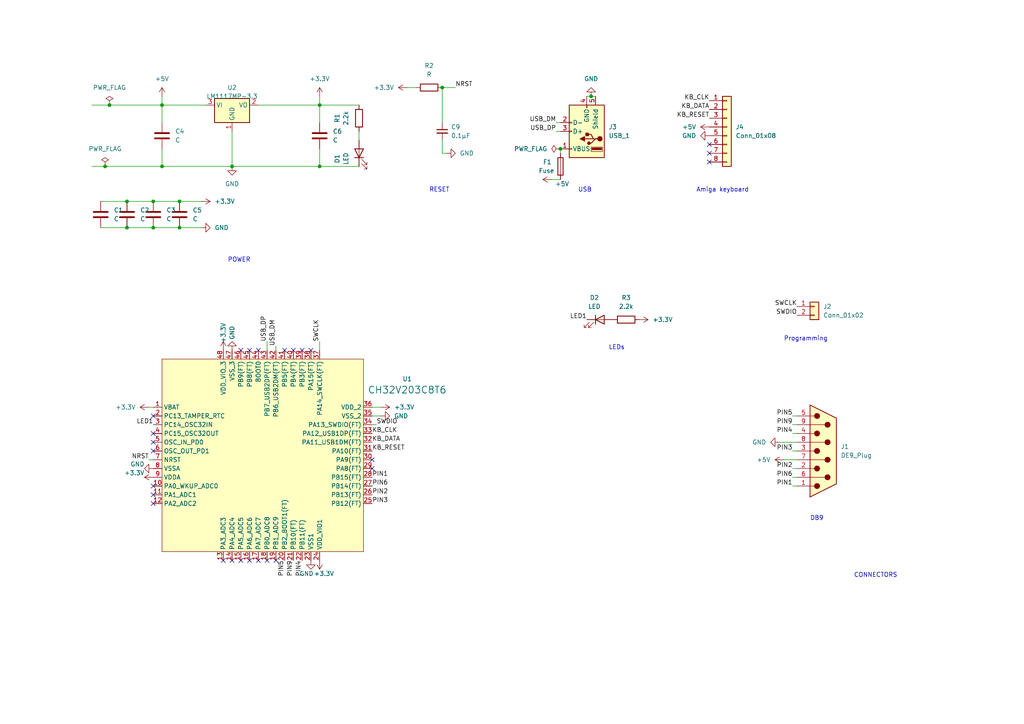
<source format=kicad_sch>
(kicad_sch (version 20230121) (generator eeschema)
  (paper "A4")
  (lib_symbols
    (symbol "CH32V203:CH32V203C8T6"
      (property "Reference" "U" (at 1.27 -1.27 0))
      (property "Value" "CH32V203C8T6" (at 29.21 26.67 0))
      (symbol "CH32V203C8T6_0_1"
        (rectangle (start 0 0) (end 58.42 55.88) (fill (type background)))
      )
      (symbol "CH32V203C8T6_1_1"
        (pin power_in line (at -2.54 41.91 0) (length 2.54) (name "VBAT") (number "1"))
        (pin bidirectional line (at -2.54 19.05 0) (length 2.54) (name "PA0_WKUP_ADC0") (number "10"))
        (pin bidirectional line (at -2.54 16.51 0) (length 2.54) (name "PA1_ADC1") (number "11"))
        (pin bidirectional line (at -2.54 13.97 0) (length 2.54) (name "PA2_ADC2") (number "12"))
        (pin bidirectional line (at 17.78 -2.54 90) (length 2.54) (name "PA3_ADC3") (number "13"))
        (pin bidirectional line (at 20.32 -2.54 90) (length 2.54) (name "PA4_ADC4") (number "14"))
        (pin bidirectional line (at 22.86 -2.54 90) (length 2.54) (name "PA5_ADC5") (number "15"))
        (pin bidirectional line (at 25.4 -2.54 90) (length 2.54) (name "PA6_ADC6") (number "16"))
        (pin bidirectional line (at 27.94 -2.54 90) (length 2.54) (name "PA7_ADC7") (number "17"))
        (pin bidirectional line (at 30.48 -2.54 90) (length 2.54) (name "PB0_ADC8") (number "18"))
        (pin bidirectional line (at 33.02 -2.54 90) (length 2.54) (name "PB1_ADC9") (number "19"))
        (pin bidirectional line (at -2.54 39.37 0) (length 2.54) (name "PC13_TAMPER_RTC") (number "2"))
        (pin bidirectional line (at 35.56 -2.54 90) (length 2.54) (name "PB2_BOOT1(FT)") (number "20"))
        (pin bidirectional line (at 38.1 -2.54 90) (length 2.54) (name "PB10(FT)") (number "21"))
        (pin bidirectional line (at 40.64 -2.54 90) (length 2.54) (name "PB11(FT)") (number "22"))
        (pin power_in line (at 43.18 -2.54 90) (length 2.54) (name "VSS1") (number "23"))
        (pin power_in line (at 45.72 -2.54 90) (length 2.54) (name "VDD_VIO1") (number "24"))
        (pin bidirectional line (at 60.96 13.97 180) (length 2.54) (name "PB12(FT)") (number "25"))
        (pin bidirectional line (at 60.96 16.51 180) (length 2.54) (name "PB13(FT)") (number "26"))
        (pin bidirectional line (at 60.96 19.05 180) (length 2.54) (name "PB14(FT)") (number "27"))
        (pin bidirectional line (at 60.96 21.59 180) (length 2.54) (name "PB15(FT)") (number "28"))
        (pin bidirectional line (at 60.96 24.13 180) (length 2.54) (name "PA8(FT)") (number "29"))
        (pin bidirectional line (at -2.54 36.83 0) (length 2.54) (name "PC14_OSC32IN") (number "3"))
        (pin bidirectional line (at 60.96 26.67 180) (length 2.54) (name "PA9(FT)") (number "30"))
        (pin bidirectional line (at 60.96 29.21 180) (length 2.54) (name "PA10(FT)") (number "31"))
        (pin bidirectional line (at 60.96 31.75 180) (length 2.54) (name "PA11_USB1DM(FT)") (number "32"))
        (pin bidirectional line (at 60.96 34.29 180) (length 2.54) (name "PA12_USB1DP(FT)") (number "33"))
        (pin bidirectional line (at 60.96 36.83 180) (length 2.54) (name "PA13_SWDIO(FT)") (number "34"))
        (pin power_in line (at 60.96 39.37 180) (length 2.54) (name "VSS_2") (number "35"))
        (pin power_in line (at 60.96 41.91 180) (length 2.54) (name "VDD_2") (number "36"))
        (pin bidirectional line (at 45.72 58.42 270) (length 2.54) (name "PA14_SWCLK(FT)") (number "37"))
        (pin bidirectional line (at 43.18 58.42 270) (length 2.54) (name "PA15(FT)") (number "38"))
        (pin bidirectional line (at 40.64 58.42 270) (length 2.54) (name "PB3(FT)") (number "39"))
        (pin bidirectional line (at -2.54 34.29 0) (length 2.54) (name "PC15_OSC32OUT") (number "4"))
        (pin bidirectional line (at 38.1 58.42 270) (length 2.54) (name "PB4(FT)") (number "40"))
        (pin bidirectional line (at 35.56 58.42 270) (length 2.54) (name "PB5(FT)") (number "41"))
        (pin bidirectional line (at 33.02 58.42 270) (length 2.54) (name "PB6_USB2DM(FT)") (number "42"))
        (pin bidirectional line (at 30.48 58.42 270) (length 2.54) (name "PB7_USB2DP(FT)") (number "43"))
        (pin bidirectional line (at 27.94 58.42 270) (length 2.54) (name "BOOT0") (number "44"))
        (pin bidirectional line (at 25.4 58.42 270) (length 2.54) (name "PB8(FT)") (number "45"))
        (pin bidirectional line (at 22.86 58.42 270) (length 2.54) (name "PB9(FT)") (number "46"))
        (pin power_in line (at 20.32 58.42 270) (length 2.54) (name "VSS_3") (number "47"))
        (pin power_in line (at 17.78 58.42 270) (length 2.54) (name "VDD_VIO_3") (number "48"))
        (pin bidirectional line (at -2.54 31.75 0) (length 2.54) (name "OSC_IN_PD0") (number "5"))
        (pin bidirectional line (at -2.54 29.21 0) (length 2.54) (name "OSC_OUT_PD1") (number "6"))
        (pin bidirectional line (at -2.54 26.67 0) (length 2.54) (name "NRST") (number "7"))
        (pin power_in line (at -2.54 24.13 0) (length 2.54) (name "VSSA") (number "8"))
        (pin power_in line (at -2.54 21.59 0) (length 2.54) (name "VDDA") (number "9"))
      )
    )
    (symbol "Connector:DE9_Plug" (pin_names (offset 1.016) hide)
      (property "Reference" "J" (at 0 13.97 0))
      (property "Value" "DE9_Plug" (at 0 -14.605 0))
      (symbol "DE9_Plug_0_1"
        (circle (center -1.778 -10.16) (radius 0.762) (fill (type outline)))
        (circle (center -1.778 -5.08) (radius 0.762) (fill (type outline)))
        (circle (center -1.778 0) (radius 0.762) (fill (type outline)))
        (circle (center -1.778 5.08) (radius 0.762) (fill (type outline)))
        (circle (center -1.778 10.16) (radius 0.762) (fill (type outline)))
        (polyline (pts (xy -3.81 -10.16) (xy -2.54 -10.16)))
        (polyline (pts (xy -3.81 -7.62) (xy 0.508 -7.62)))
        (polyline (pts (xy -3.81 -5.08) (xy -2.54 -5.08)))
        (polyline (pts (xy -3.81 -2.54) (xy 0.508 -2.54)))
        (polyline (pts (xy -3.81 0) (xy -2.54 0)))
        (polyline (pts (xy -3.81 2.54) (xy 0.508 2.54)))
        (polyline (pts (xy -3.81 5.08) (xy -2.54 5.08)))
        (polyline (pts (xy -3.81 7.62) (xy 0.508 7.62)))
        (polyline (pts (xy -3.81 10.16) (xy -2.54 10.16)))
        (polyline (pts (xy -3.81 -13.335) (xy -3.81 13.335) (xy 3.81 9.525) (xy 3.81 -9.525) (xy -3.81 -13.335)) (stroke (width 0.254)) (fill (type background)))
        (circle (center 1.27 -7.62) (radius 0.762) (fill (type outline)))
        (circle (center 1.27 -2.54) (radius 0.762) (fill (type outline)))
        (circle (center 1.27 2.54) (radius 0.762) (fill (type outline)))
        (circle (center 1.27 7.62) (radius 0.762) (fill (type outline)))
      )
      (symbol "DE9_Plug_1_1"
        (pin passive line (at -7.62 -10.16 0) (length 3.81) (name "1") (number "1"))
        (pin passive line (at -7.62 -5.08 0) (length 3.81) (name "2") (number "2"))
        (pin passive line (at -7.62 0 0) (length 3.81) (name "3") (number "3"))
        (pin passive line (at -7.62 5.08 0) (length 3.81) (name "4") (number "4"))
        (pin passive line (at -7.62 10.16 0) (length 3.81) (name "5") (number "5"))
        (pin passive line (at -7.62 -7.62 0) (length 3.81) (name "6") (number "6"))
        (pin passive line (at -7.62 -2.54 0) (length 3.81) (name "7") (number "7"))
        (pin passive line (at -7.62 2.54 0) (length 3.81) (name "8") (number "8"))
        (pin passive line (at -7.62 7.62 0) (length 3.81) (name "9") (number "9"))
      )
    )
    (symbol "Connector:USB_A" (pin_names (offset 1.016))
      (property "Reference" "J" (at -5.08 11.43 0))
      (property "Value" "USB_A" (at -5.08 8.89 0))
      (symbol "USB_A_0_1"
        (rectangle (start -5.08 -7.62) (end 5.08 7.62) (stroke (width 0.254)) (fill (type background)))
        (circle (center -3.81 2.159) (radius 0.635) (stroke (width 0.254)) (fill (type outline)))
        (rectangle (start -1.524 4.826) (end -4.318 5.334) (fill (type outline)))
        (rectangle (start -1.27 4.572) (end -4.572 5.842))
        (circle (center -0.635 3.429) (radius 0.381) (stroke (width 0.254)) (fill (type outline)))
        (rectangle (start -0.127 -7.62) (end 0.127 -6.858))
        (polyline (pts (xy -3.175 2.159) (xy -2.54 2.159) (xy -1.27 3.429) (xy -0.635 3.429)) (stroke (width 0.254)))
        (polyline (pts (xy -2.54 2.159) (xy -1.905 2.159) (xy -1.27 0.889) (xy 0 0.889)) (stroke (width 0.254)))
        (polyline (pts (xy 0.635 2.794) (xy 0.635 1.524) (xy 1.905 2.159) (xy 0.635 2.794)) (stroke (width 0.254)) (fill (type outline)))
        (rectangle (start 0.254 1.27) (end -0.508 0.508) (stroke (width 0.254)) (fill (type outline)))
        (rectangle (start 5.08 -2.667) (end 4.318 -2.413))
        (rectangle (start 5.08 -0.127) (end 4.318 0.127))
        (rectangle (start 5.08 4.953) (end 4.318 5.207))
      )
      (symbol "USB_A_1_1"
        (polyline (pts (xy -1.905 2.159) (xy 0.635 2.159)) (stroke (width 0.254)))
        (pin power_in line (at 7.62 5.08 180) (length 2.54) (name "VBUS") (number "1"))
        (pin bidirectional line (at 7.62 -2.54 180) (length 2.54) (name "D-") (number "2"))
        (pin bidirectional line (at 7.62 0 180) (length 2.54) (name "D+") (number "3"))
        (pin power_in line (at 0 -10.16 90) (length 2.54) (name "GND") (number "4"))
        (pin passive line (at -2.54 -10.16 90) (length 2.54) (name "Shield") (number "5"))
      )
    )
    (symbol "Connector_Generic:Conn_01x02" (pin_names (offset 1.016) hide)
      (property "Reference" "J" (at 0 2.54 0))
      (property "Value" "Conn_01x02" (at 0 -5.08 0))
      (symbol "Conn_01x02_1_1"
        (rectangle (start -1.27 -2.413) (end 0 -2.667) (stroke (width 0.1524)))
        (rectangle (start -1.27 0.127) (end 0 -0.127) (stroke (width 0.1524)))
        (rectangle (start -1.27 1.27) (end 1.27 -3.81) (stroke (width 0.254)) (fill (type background)))
        (pin passive line (at -5.08 0 0) (length 3.81) (name "Pin_1") (number "1"))
        (pin passive line (at -5.08 -2.54 0) (length 3.81) (name "Pin_2") (number "2"))
      )
    )
    (symbol "Connector_Generic:Conn_01x08" (pin_names (offset 1.016) hide)
      (property "Reference" "J" (at 0 10.16 0))
      (property "Value" "Conn_01x08" (at 0 -12.7 0))
      (symbol "Conn_01x08_1_1"
        (rectangle (start -1.27 -10.033) (end 0 -10.287) (stroke (width 0.1524)))
        (rectangle (start -1.27 -7.493) (end 0 -7.747) (stroke (width 0.1524)))
        (rectangle (start -1.27 -4.953) (end 0 -5.207) (stroke (width 0.1524)))
        (rectangle (start -1.27 -2.413) (end 0 -2.667) (stroke (width 0.1524)))
        (rectangle (start -1.27 0.127) (end 0 -0.127) (stroke (width 0.1524)))
        (rectangle (start -1.27 2.667) (end 0 2.413) (stroke (width 0.1524)))
        (rectangle (start -1.27 5.207) (end 0 4.953) (stroke (width 0.1524)))
        (rectangle (start -1.27 7.747) (end 0 7.493) (stroke (width 0.1524)))
        (rectangle (start -1.27 8.89) (end 1.27 -11.43) (stroke (width 0.254)) (fill (type background)))
        (pin passive line (at -5.08 7.62 0) (length 3.81) (name "Pin_1") (number "1"))
        (pin passive line (at -5.08 5.08 0) (length 3.81) (name "Pin_2") (number "2"))
        (pin passive line (at -5.08 2.54 0) (length 3.81) (name "Pin_3") (number "3"))
        (pin passive line (at -5.08 0 0) (length 3.81) (name "Pin_4") (number "4"))
        (pin passive line (at -5.08 -2.54 0) (length 3.81) (name "Pin_5") (number "5"))
        (pin passive line (at -5.08 -5.08 0) (length 3.81) (name "Pin_6") (number "6"))
        (pin passive line (at -5.08 -7.62 0) (length 3.81) (name "Pin_7") (number "7"))
        (pin passive line (at -5.08 -10.16 0) (length 3.81) (name "Pin_8") (number "8"))
      )
    )
    (symbol "Device:C" (pin_numbers hide) (pin_names (offset 0.254))
      (property "Reference" "C" (at 0.635 2.54 0))
      (property "Value" "C" (at 0.635 -2.54 0))
      (symbol "C_0_1"
        (polyline (pts (xy -2.032 -0.762) (xy 2.032 -0.762)) (stroke (width 0.508)))
        (polyline (pts (xy -2.032 0.762) (xy 2.032 0.762)) (stroke (width 0.508)))
      )
      (symbol "C_1_1"
        (pin passive line (at 0 3.81 270) (length 2.794) (name "~") (number "1"))
        (pin passive line (at 0 -3.81 90) (length 2.794) (name "~") (number "2"))
      )
    )
    (symbol "Device:C_Small" (pin_numbers hide) (pin_names (offset 0.254) hide)
      (property "Reference" "C" (at 0.254 1.778 0))
      (property "Value" "C_Small" (at 0.254 -2.032 0))
      (symbol "C_Small_0_1"
        (polyline (pts (xy -1.524 -0.508) (xy 1.524 -0.508)) (stroke (width 0.3302)))
        (polyline (pts (xy -1.524 0.508) (xy 1.524 0.508)) (stroke (width 0.3048)))
      )
      (symbol "C_Small_1_1"
        (pin passive line (at 0 2.54 270) (length 2.032) (name "~") (number "1"))
        (pin passive line (at 0 -2.54 90) (length 2.032) (name "~") (number "2"))
      )
    )
    (symbol "Device:Fuse" (pin_numbers hide) (pin_names (offset 0))
      (property "Reference" "F" (at 2.032 0 90))
      (property "Value" "Fuse" (at -1.905 0 90))
      (symbol "Fuse_0_1"
        (rectangle (start -0.762 -2.54) (end 0.762 2.54) (stroke (width 0.254)))
        (polyline (pts (xy 0 2.54) (xy 0 -2.54)))
      )
      (symbol "Fuse_1_1"
        (pin passive line (at 0 3.81 270) (length 1.27) (name "~") (number "1"))
        (pin passive line (at 0 -3.81 90) (length 1.27) (name "~") (number "2"))
      )
    )
    (symbol "Device:LED" (pin_numbers hide) (pin_names (offset 1.016) hide)
      (property "Reference" "D" (at 0 2.54 0))
      (property "Value" "LED" (at 0 -2.54 0))
      (symbol "LED_0_1"
        (polyline (pts (xy -1.27 -1.27) (xy -1.27 1.27)) (stroke (width 0.254)))
        (polyline (pts (xy -1.27 0) (xy 1.27 0)))
        (polyline (pts (xy 1.27 -1.27) (xy 1.27 1.27) (xy -1.27 0) (xy 1.27 -1.27)) (stroke (width 0.254)))
        (polyline (pts (xy -3.048 -0.762) (xy -4.572 -2.286) (xy -3.81 -2.286) (xy -4.572 -2.286) (xy -4.572 -1.524)))
        (polyline (pts (xy -1.778 -0.762) (xy -3.302 -2.286) (xy -2.54 -2.286) (xy -3.302 -2.286) (xy -3.302 -1.524)))
      )
      (symbol "LED_1_1"
        (pin passive line (at -3.81 0 0) (length 2.54) (name "K") (number "1"))
        (pin passive line (at 3.81 0 180) (length 2.54) (name "A") (number "2"))
      )
    )
    (symbol "Device:R" (pin_numbers hide) (pin_names (offset 0))
      (property "Reference" "R" (at 2.032 0 90))
      (property "Value" "R" (at 0 0 90))
      (symbol "R_0_1"
        (rectangle (start -1.016 -2.54) (end 1.016 2.54) (stroke (width 0.254)))
      )
      (symbol "R_1_1"
        (pin passive line (at 0 3.81 270) (length 1.27) (name "~") (number "1"))
        (pin passive line (at 0 -3.81 90) (length 1.27) (name "~") (number "2"))
      )
    )
    (symbol "Regulator_Linear:LM1117MP-3.3"
      (property "Reference" "U" (at -3.81 3.175 0))
      (property "Value" "LM1117MP-3.3" (at 0 3.175 0))
      (symbol "LM1117MP-3.3_0_1"
        (rectangle (start -5.08 -5.08) (end 5.08 1.905) (stroke (width 0.254)) (fill (type background)))
      )
      (symbol "LM1117MP-3.3_1_1"
        (pin power_in line (at 0 -7.62 90) (length 2.54) (name "GND") (number "1"))
        (pin power_out line (at 7.62 0 180) (length 2.54) (name "VO") (number "2"))
        (pin power_in line (at -7.62 0 0) (length 2.54) (name "VI") (number "3"))
      )
    )
    (symbol "power:+3.3V" (power) (pin_names (offset 0))
      (property "Value" "+3.3V" (at 0 3.556 0))
      (symbol "+3.3V_0_1"
        (polyline (pts (xy -0.762 1.27) (xy 0 2.54)))
        (polyline (pts (xy 0 0) (xy 0 2.54)))
        (polyline (pts (xy 0 2.54) (xy 0.762 1.27)))
      )
      (symbol "+3.3V_1_1"
        (pin power_in line (at 0 0 90) (length 0) hide (name "+3.3V") (number "1"))
      )
    )
    (symbol "power:+5V" (power) (pin_names (offset 0))
      (property "Value" "+5V" (at 0 3.556 0))
      (symbol "+5V_0_1"
        (polyline (pts (xy -0.762 1.27) (xy 0 2.54)))
        (polyline (pts (xy 0 0) (xy 0 2.54)))
        (polyline (pts (xy 0 2.54) (xy 0.762 1.27)))
      )
      (symbol "+5V_1_1"
        (pin power_in line (at 0 0 90) (length 0) hide (name "+5V") (number "1"))
      )
    )
    (symbol "power:GND" (power) (pin_names (offset 0))
      (property "Value" "GND" (at 0 -3.81 0))
      (symbol "GND_0_1"
        (polyline (pts (xy 0 0) (xy 0 -1.27) (xy 1.27 -1.27) (xy 0 -2.54) (xy -1.27 -1.27) (xy 0 -1.27)))
      )
      (symbol "GND_1_1"
        (pin power_in line (at 0 0 270) (length 0) hide (name "GND") (number "1"))
      )
    )
    (symbol "power:PWR_FLAG" (power) (pin_numbers hide) (pin_names (offset 0) hide)
      (property "Value" "PWR_FLAG" (at 0 3.81 0))
      (symbol "PWR_FLAG_0_0"
        (pin power_out line (at 0 0 90) (length 0) (name "pwr") (number "1"))
      )
      (symbol "PWR_FLAG_0_1"
        (polyline (pts (xy 0 0) (xy 0 1.27) (xy -1.016 1.905) (xy 0 2.54) (xy 1.016 1.905) (xy 0 1.27)))
      )
    )
  )
  (junction (at 67.31 48.26))
  (junction (at 128.27 25.4))
  (junction (at 36.83 66.04))
  (junction (at 52.07 58.42))
  (junction (at 36.83 58.42))
  (junction (at 46.99 48.26))
  (junction (at 171.45 27.94))
  (junction (at 44.45 66.04))
  (junction (at 92.71 30.48))
  (junction (at 162.56 43.18))
  (junction (at 92.71 48.26))
  (junction (at 46.99 30.48))
  (junction (at 30.48 48.26))
  (junction (at 52.07 66.04))
  (junction (at 31.75 30.48))
  (junction (at 44.45 58.42))
  (no_connect (at 77.47 162.56))
  (no_connect (at 44.45 125.73))
  (no_connect (at 44.45 120.65))
  (no_connect (at 44.45 130.81))
  (no_connect (at 67.31 162.56))
  (no_connect (at 82.55 101.6))
  (no_connect (at 64.77 162.56))
  (no_connect (at 205.74 44.45))
  (no_connect (at 44.45 146.05))
  (no_connect (at 69.85 101.6))
  (no_connect (at 107.95 133.35))
  (no_connect (at 74.93 101.6))
  (no_connect (at 87.63 101.6))
  (no_connect (at 44.45 143.51))
  (no_connect (at 44.45 128.27))
  (no_connect (at 85.09 101.6))
  (no_connect (at 69.85 162.56))
  (no_connect (at 74.93 162.56))
  (no_connect (at 107.95 135.89))
  (no_connect (at 205.74 41.91))
  (no_connect (at 90.17 101.6))
  (no_connect (at 72.39 162.56))
  (no_connect (at 205.74 46.99))
  (no_connect (at 80.01 162.56))
  (no_connect (at 72.39 101.6))
  (no_connect (at 44.45 140.97))
  (wire (pts (xy 107.95 118.11) (xy 110.49 118.11)))
  (wire (pts (xy 67.31 48.26) (xy 92.71 48.26)) (stroke (width 0.1524)))
  (wire (pts (xy 172.72 27.94) (xy 171.45 27.94)))
  (wire (pts (xy 229.87 120.65) (xy 231.14 120.65)))
  (wire (pts (xy 229.87 140.97) (xy 231.14 140.97)))
  (wire (pts (xy 118.11 25.4) (xy 120.65 25.4)))
  (wire (pts (xy 46.99 43.18) (xy 46.99 48.26)) (stroke (width 0.1524)))
  (wire (pts (xy 227.33 133.35) (xy 231.14 133.35)))
  (wire (pts (xy 161.29 38.1) (xy 162.56 38.1)))
  (wire (pts (xy 161.29 35.56) (xy 162.56 35.56)))
  (wire (pts (xy 31.75 30.48) (xy 26.67 30.48)) (stroke (width 0.1524)))
  (wire (pts (xy 128.27 25.4) (xy 128.27 35.56)))
  (wire (pts (xy 107.95 120.65) (xy 110.49 120.65)))
  (wire (pts (xy 43.18 133.35) (xy 44.45 133.35)))
  (wire (pts (xy 92.71 43.18) (xy 92.71 48.26)) (stroke (width 0.1524)))
  (wire (pts (xy 43.18 118.11) (xy 44.45 118.11)))
  (wire (pts (xy 67.31 48.26) (xy 67.31 38.1)) (stroke (width 0.1524)))
  (wire (pts (xy 128.27 40.64) (xy 128.27 44.45)))
  (wire (pts (xy 59.69 30.48) (xy 46.99 30.48)) (stroke (width 0.1524)))
  (wire (pts (xy 80.01 100.33) (xy 80.01 101.6)))
  (wire (pts (xy 44.45 66.04) (xy 52.07 66.04)))
  (wire (pts (xy 92.71 30.48) (xy 104.14 30.48)))
  (wire (pts (xy 104.14 40.64) (xy 104.14 38.1)))
  (wire (pts (xy 229.87 138.43) (xy 231.14 138.43)))
  (wire (pts (xy 171.45 27.94) (xy 170.18 27.94)))
  (wire (pts (xy 129.54 44.45) (xy 128.27 44.45)))
  (wire (pts (xy 162.56 52.07) (xy 160.02 52.07)))
  (wire (pts (xy 52.07 66.04) (xy 58.42 66.04)))
  (wire (pts (xy 92.71 48.26) (xy 104.14 48.26)) (stroke (width 0.1524)))
  (wire (pts (xy 92.71 99.06) (xy 92.71 101.6)))
  (wire (pts (xy 36.83 58.42) (xy 44.45 58.42)))
  (wire (pts (xy 67.31 48.26) (xy 46.99 48.26)) (stroke (width 0.1524)))
  (wire (pts (xy 46.99 30.48) (xy 46.99 35.56)) (stroke (width 0.1524)))
  (wire (pts (xy 46.99 27.94) (xy 46.99 30.48)))
  (wire (pts (xy 229.87 123.19) (xy 231.14 123.19)))
  (wire (pts (xy 30.48 48.26) (xy 26.67 48.26)) (stroke (width 0.1524)))
  (wire (pts (xy 44.45 58.42) (xy 52.07 58.42)))
  (wire (pts (xy 162.56 44.45) (xy 162.56 43.18)))
  (wire (pts (xy 46.99 48.26) (xy 30.48 48.26)) (stroke (width 0.1524)))
  (wire (pts (xy 77.47 99.06) (xy 77.47 101.6)))
  (wire (pts (xy 92.71 27.94) (xy 92.71 30.48)))
  (wire (pts (xy 226.06 128.27) (xy 231.14 128.27)))
  (wire (pts (xy 29.21 58.42) (xy 36.83 58.42)))
  (wire (pts (xy 29.21 66.04) (xy 36.83 66.04)))
  (wire (pts (xy 128.27 25.4) (xy 132.08 25.4)))
  (wire (pts (xy 107.95 123.19) (xy 109.22 123.19)))
  (wire (pts (xy 229.87 135.89) (xy 231.14 135.89)))
  (wire (pts (xy 229.87 130.81) (xy 231.14 130.81)))
  (wire (pts (xy 52.07 58.42) (xy 58.42 58.42)))
  (wire (pts (xy 74.93 30.48) (xy 92.71 30.48)))
  (wire (pts (xy 36.83 66.04) (xy 44.45 66.04)))
  (wire (pts (xy 92.71 30.48) (xy 92.71 35.56)) (stroke (width 0.1524)))
  (wire (pts (xy 46.99 30.48) (xy 31.75 30.48)) (stroke (width 0.1524)))
  (wire (pts (xy 229.87 125.73) (xy 231.14 125.73)))
  (text "USB\n" (at 167.64 55.88 0) (effects (font (size 1.27 1.27)) (justify left bottom)))
  (text "Amiga keyboard" (at 201.93 55.88 0) (effects (font (size 1.27 1.27)) (justify left bottom)))
  (text "LEDs\n" (at 176.53 101.6 0) (effects (font (size 1.27 1.27)) (justify left bottom)))
  (text "Programming\n" (at 227.33 99.06 0) (effects (font (size 1.27 1.27)) (justify left bottom)))
  (text "POWER\n" (at 66.04 76.2 0) (effects (font (size 1.27 1.27)) (justify left bottom)))
  (text "CONNECTORS\n" (at 247.65 167.64 0) (effects (font (size 1.27 1.27)) (justify left bottom)))
  (text "DB9" (at 234.95 151.13 0) (effects (font (size 1.27 1.27)) (justify left bottom)))
  (text "RESET" (at 124.46 55.88 0) (effects (font (size 1.27 1.27)) (justify left bottom)))
  (label "PIN9" (at 229.87 123.19 180))
  (label "KB_DATA" (at 205.74 31.75 180))
  (label "KB_RESET" (at 107.95 130.81 0))
  (label "PIN2" (at 229.87 135.89 180))
  (label "PIN5" (at 82.55 162.56 270))
  (label "USB_DM" (at 80.01 100.33 90))
  (label "NRST" (at 43.18 133.35 180))
  (label "SWCLK" (at 231.14 88.9 180))
  (label "NRST" (at 132.08 25.4 0))
  (label "USB_DM" (at 161.29 35.56 180))
  (label "PIN9" (at 85.09 162.56 270))
  (label "LED1" (at 170.18 92.71 180))
  (label "KB_DATA" (at 107.95 128.27 0))
  (label "PIN3" (at 229.87 130.81 180))
  (label "PIN3" (at 107.95 146.05 0))
  (label "PIN6" (at 107.95 140.97 0))
  (label "PIN4" (at 87.63 162.56 270))
  (label "PIN1" (at 229.87 140.97 180))
  (label "KB_RESET" (at 205.74 34.29 180))
  (label "SWDIO" (at 109.22 123.19 0))
  (label "SWDIO" (at 231.14 91.44 180))
  (label "KB_CLK" (at 205.74 29.21 180))
  (label "LED1" (at 44.45 123.19 180))
  (label "KB_CLK" (at 107.95 125.73 0))
  (label "PIN4" (at 229.87 125.73 180))
  (label "USB_DP" (at 161.29 38.1 180))
  (label "PIN2" (at 107.95 143.51 0))
  (label "PIN6" (at 229.87 138.43 180))
  (label "PIN5" (at 229.87 120.65 180))
  (label "SWCLK" (at 92.71 99.06 90))
  (label "PIN1" (at 107.95 138.43 0))
  (label "USB_DP" (at 77.47 99.06 90))
  (symbol (lib_id "power:GND") (at 58.42 66.04 90) (unit 1)
    (property "Reference" "#PWR06" (effects hide))
    (property "Value" "GND" (at 62.23 66.04 90) (effects (justify right)))
  )
  (symbol (lib_id "Device:C") (at 36.83 62.23 0) (unit 1)
    (property "Reference" "C2" (at 40.64 60.96 0) (effects (justify left)))
    (property "Value" "C" (at 40.64 63.5 0) (effects (justify left)))
    (property "Footprint" "Capacitor_SMD:C_0603_1608Metric_Pad1.08x0.95mm_HandSolder" (effects hide))
  )
  (symbol (lib_id "Device:C_Small") (at 128.27 38.1 0) (unit 1)
    (property "Reference" "C9" (at 130.81 36.83 0) (effects (justify left)))
    (property "Value" "0.1μF" (at 130.81 39.37 0) (effects (justify left)))
    (property "Footprint" "Capacitor_SMD:C_0603_1608Metric_Pad1.08x0.95mm_HandSolder" (effects hide))
    (property "LCSC" "C14663" (effects hide))
  )
  (symbol (lib_id "Connector_Generic:Conn_01x02") (at 236.22 88.9 0) (unit 1)
    (property "Reference" "J2" (at 238.76 88.9 0) (effects (justify left)))
    (property "Value" "Conn_01x02" (at 238.76 91.44 0) (effects (justify left)))
    (property "Footprint" "Connector_PinHeader_2.54mm:PinHeader_1x02_P2.54mm_Vertical" (effects hide))
  )
  (symbol (lib_id "Connector:USB_A") (at 170.18 38.1 180) (unit 1)
    (property "Reference" "J3" (at 176.53 36.83 0) (effects (justify right)))
    (property "Value" "USB_1" (at 176.53 39.37 0) (effects (justify right)))
    (property "Footprint" "Connector_USB:USB_A_CONNFLY_DS1095-WNR0" (effects hide))
    (property "Datasheet" " ~" (effects hide))
  )
  (symbol (lib_id "power:GND") (at 129.54 44.45 90) (unit 1)
    (property "Reference" "#PWR032" (effects hide))
    (property "Value" "GND" (at 133.35 44.45 90) (effects (justify right)))
  )
  (symbol (lib_id "Device:R") (at 124.46 25.4 90) (unit 1)
    (property "Reference" "R2" (at 124.46 19.05 90))
    (property "Value" "R" (at 124.46 21.59 90))
    (property "Footprint" "Resistor_SMD:R_0603_1608Metric_Pad0.98x0.95mm_HandSolder" (effects hide))
  )
  (symbol (lib_id "power:GND") (at 90.17 162.56 0) (unit 1)
    (property "Reference" "#PWR010" (effects hide))
    (property "Value" "GND" (at 88.9 166.37 0))
  )
  (symbol (lib_id "Connector_Generic:Conn_01x08") (at 210.82 36.83 0) (unit 1)
    (property "Reference" "J4" (at 213.36 36.83 0) (effects (justify left)))
    (property "Value" "Conn_01x08" (at 213.36 39.37 0) (effects (justify left)))
    (property "Footprint" "Connector_PinHeader_2.54mm:PinHeader_1x08_P2.54mm_Vertical" (effects hide))
  )
  (symbol (lib_id "Connector:DE9_Plug") (at 238.76 130.81 0) (unit 1)
    (property "Reference" "J1" (at 243.84 129.54 0) (effects (justify left)))
    (property "Value" "DE9_Plug" (at 243.84 132.08 0) (effects (justify left)))
    (property "Footprint" "Connector_Dsub:DSUB-9_Female_EdgeMount_P2.77mm" (effects hide))
    (property "Datasheet" " ~" (effects hide))
  )
  (symbol (lib_id "power:GND") (at 44.45 135.89 270) (unit 1)
    (property "Reference" "#PWR02" (effects hide))
    (property "Value" "GND" (at 41.91 134.62 90) (effects (justify right)))
  )
  (symbol (lib_id "power:+3.3V") (at 44.45 138.43 90) (unit 1)
    (property "Reference" "#PWR03" (effects hide))
    (property "Value" "+3.3V" (at 41.91 137.16 90) (effects (justify left)))
  )
  (symbol (lib_id "Device:C") (at 44.45 62.23 0) (unit 1)
    (property "Reference" "C3" (at 48.26 60.96 0) (effects (justify left)))
    (property "Value" "C" (at 48.26 63.5 0) (effects (justify left)))
    (property "Footprint" "Capacitor_SMD:C_0603_1608Metric_Pad1.08x0.95mm_HandSolder" (effects hide))
  )
  (symbol (lib_id "power:+3.3V") (at 64.77 101.6 0) (unit 1)
    (property "Reference" "#PWR07" (effects hide))
    (property "Value" "+3.3V" (at 64.77 96.52 90))
  )
  (symbol (lib_id "power:+3.3V") (at 92.71 162.56 180) (unit 1)
    (property "Reference" "#PWR012" (effects hide))
    (property "Value" "+3.3V" (at 93.98 166.37 0))
  )
  (symbol (lib_id "Device:R") (at 181.61 92.71 90) (unit 1)
    (property "Reference" "R3" (at 181.61 86.36 90))
    (property "Value" "2.2k" (at 181.61 88.9 90))
    (property "Footprint" "Resistor_SMD:R_0603_1608Metric_Pad0.98x0.95mm_HandSolder" (effects hide))
  )
  (symbol (lib_id "power:+5V") (at 227.33 133.35 90) (unit 1)
    (property "Reference" "#PWR018" (effects hide))
    (property "Value" "+5V" (at 223.52 133.35 90) (effects (justify left)))
  )
  (symbol (lib_id "power:GND") (at 110.49 120.65 90) (unit 1)
    (property "Reference" "#PWR014" (effects hide))
    (property "Value" "GND" (at 114.3 120.65 90) (effects (justify right)))
  )
  (symbol (lib_id "power:PWR_FLAG") (at 31.75 30.48 0) (unit 1)
    (property "Reference" "#FLG02" (effects hide))
    (property "Value" "PWR_FLAG" (at 31.75 25.4 0))
  )
  (symbol (lib_id "power:+3.3V") (at 92.71 27.94 0) (unit 1)
    (property "Reference" "#PWR011" (effects hide))
    (property "Value" "+3.3V" (at 92.71 22.86 0))
  )
  (symbol (lib_id "CH32V203:CH32V203C8T6") (at 46.99 160.02 0) (unit 1)
    (property "Reference" "U1" (at 118.11 109.9119 0))
    (property "Value" "CH32V203C8T6" (at 118.11 113.0868 0) (effects (font (size 2 2))))
    (property "Footprint" "Package_QFP:LQFP-48_7x7mm_P0.5mm" (effects hide))
  )
  (symbol (lib_id "Device:C") (at 52.07 62.23 0) (unit 1)
    (property "Reference" "C5" (at 55.88 60.96 0) (effects (justify left)))
    (property "Value" "C" (at 55.88 63.5 0) (effects (justify left)))
    (property "Footprint" "Capacitor_SMD:C_0603_1608Metric_Pad1.08x0.95mm_HandSolder" (effects hide))
  )
  (symbol (lib_id "power:+3.3V") (at 43.18 118.11 90) (unit 1)
    (property "Reference" "#PWR01" (effects hide))
    (property "Value" "+3.3V" (at 39.37 118.11 90) (effects (justify left)))
  )
  (symbol (lib_id "Device:Fuse") (at 162.56 48.26 0) (unit 1)
    (property "Reference" "F1" (at 157.48 46.99 0) (effects (justify left)))
    (property "Value" "Fuse" (at 156.21 49.53 0) (effects (justify left)))
    (property "Footprint" "Fuse:Fuse_1206_3216Metric_Pad1.42x1.75mm_HandSolder" (effects hide))
  )
  (symbol (lib_id "Device:LED") (at 173.99 92.71 0) (unit 1)
    (property "Reference" "D2" (at 172.4025 86.36 0))
    (property "Value" "LED" (at 172.4025 88.9 0))
    (property "Footprint" "LED_SMD:LED_0805_2012Metric_Pad1.15x1.40mm_HandSolder" (effects hide))
  )
  (symbol (lib_id "Device:C") (at 92.71 39.37 0) (unit 1)
    (property "Reference" "C6" (at 96.52 38.1 0) (effects (justify left)))
    (property "Value" "C" (at 96.52 40.64 0) (effects (justify left)))
    (property "Footprint" "Capacitor_SMD:C_0603_1608Metric_Pad1.08x0.95mm_HandSolder" (effects hide))
  )
  (symbol (lib_id "power:GND") (at 226.06 128.27 270) (unit 1)
    (property "Reference" "#PWR019" (effects hide))
    (property "Value" "GND" (at 222.25 128.27 90) (effects (justify right)))
  )
  (symbol (lib_id "power:PWR_FLAG") (at 162.56 43.18 90) (unit 1)
    (property "Reference" "#FLG03" (effects hide))
    (property "Value" "PWR_FLAG" (at 158.75 43.18 90) (effects (justify left)))
  )
  (symbol (lib_id "power:+5V") (at 205.74 36.83 90) (unit 1)
    (property "Reference" "#PWR017" (effects hide))
    (property "Value" "+5V" (at 201.93 36.83 90) (effects (justify left)))
  )
  (symbol (lib_id "Device:R") (at 104.14 34.29 180) (unit 1)
    (property "Reference" "R1" (at 97.79 34.29 90))
    (property "Value" "2.2k" (at 100.33 34.29 90))
    (property "Footprint" "Resistor_SMD:R_0603_1608Metric_Pad0.98x0.95mm_HandSolder" (effects hide))
  )
  (symbol (lib_id "Device:C") (at 29.21 62.23 0) (unit 1)
    (property "Reference" "C1" (at 33.02 60.96 0) (effects (justify left)))
    (property "Value" "C" (at 33.02 63.5 0) (effects (justify left)))
    (property "Footprint" "Capacitor_SMD:C_0603_1608Metric_Pad1.08x0.95mm_HandSolder" (effects hide))
  )
  (symbol (lib_id "power:+5V") (at 46.99 27.94 0) (unit 1)
    (property "Reference" "#PWR04" (effects hide))
    (property "Value" "+5V" (at 46.99 22.86 0))
  )
  (symbol (lib_id "Regulator_Linear:LM1117MP-3.3") (at 67.31 30.48 0) (unit 1)
    (property "Reference" "U2" (at 67.31 25.4 0))
    (property "Value" "LM1117MP-3.3" (at 67.31 27.94 0))
    (property "Footprint" "Package_TO_SOT_SMD:SOT-89-3" (effects hide))
    (property "Datasheet" "http://www.ti.com/lit/ds/symlink/lm1117.pdf" (effects hide))
  )
  (symbol (lib_id "power:+3.3V") (at 118.11 25.4 90) (unit 1)
    (property "Reference" "#PWR027" (effects hide))
    (property "Value" "+3.3V" (at 114.3 25.4 90) (effects (justify left)))
  )
  (symbol (lib_id "power:GND") (at 171.45 27.94 180) (unit 1)
    (property "Reference" "#PWR031" (effects hide))
    (property "Value" "GND" (at 171.45 22.86 0))
  )
  (symbol (lib_id "power:GND") (at 205.74 39.37 270) (unit 1)
    (property "Reference" "#PWR020" (effects hide))
    (property "Value" "GND" (at 201.93 39.37 90) (effects (justify right)))
  )
  (symbol (lib_id "power:GND") (at 67.31 101.6 180) (unit 1)
    (property "Reference" "#PWR09" (effects hide))
    (property "Value" "GND" (at 67.31 96.52 90))
  )
  (symbol (lib_id "power:GND") (at 67.31 48.26 0) (unit 1)
    (property "Reference" "#PWR08" (effects hide))
    (property "Value" "GND" (at 67.31 53.34 0))
  )
  (symbol (lib_id "Device:LED") (at 104.14 44.45 90) (unit 1)
    (property "Reference" "D1" (at 97.79 46.0375 0))
    (property "Value" "LED" (at 100.33 46.0375 0))
    (property "Footprint" "LED_SMD:LED_0805_2012Metric_Pad1.15x1.40mm_HandSolder" (effects hide))
  )
  (symbol (lib_id "Device:C") (at 46.99 39.37 0) (unit 1)
    (property "Reference" "C4" (at 50.8 38.1 0) (effects (justify left)))
    (property "Value" "C" (at 50.8 40.64 0) (effects (justify left)))
    (property "Footprint" "Capacitor_SMD:C_0603_1608Metric_Pad1.08x0.95mm_HandSolder" (effects hide))
  )
  (symbol (lib_id "power:PWR_FLAG") (at 30.48 48.26 0) (unit 1)
    (property "Reference" "#FLG01" (effects hide))
    (property "Value" "PWR_FLAG" (at 30.48 43.18 0))
  )
  (symbol (lib_id "power:+3.3V") (at 185.42 92.71 270) (unit 1)
    (property "Reference" "#PWR022" (effects hide))
    (property "Value" "+3.3V" (at 189.23 92.71 90) (effects (justify left)))
  )
  (symbol (lib_id "power:+5V") (at 160.02 52.07 90) (unit 1)
    (property "Reference" "#PWR026" (effects hide))
    (property "Value" "+5V" (at 165.1 53.34 90) (effects (justify left)))
  )
  (symbol (lib_id "power:+3.3V") (at 58.42 58.42 270) (unit 1)
    (property "Reference" "#PWR05" (effects hide))
    (property "Value" "+3.3V" (at 62.23 58.42 90) (effects (justify left)))
  )
  (symbol (lib_id "power:+3.3V") (at 110.49 118.11 270) (unit 1)
    (property "Reference" "#PWR013" (effects hide))
    (property "Value" "+3.3V" (at 114.3 118.11 90) (effects (justify left)))
  )
)
</source>
